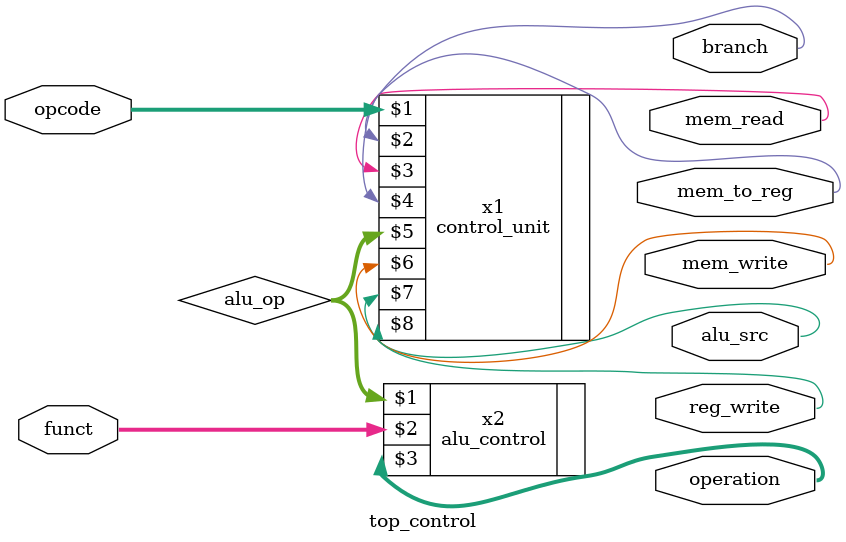
<source format=v>
`timescale 1ns / 1ps

module top_control(
    input [6:0] opcode,
    input [3:0] funct,
    output branch,
    output mem_read,
    output mem_to_reg,
    output mem_write,
    output  alu_src,
    output reg_write,
    output [3:0] operation
    );
    wire [1:0] alu_op;
    
    control_unit x1 (opcode, branch, mem_read, mem_to_reg, alu_op, mem_write, alu_src, reg_write);
    alu_control x2 (alu_op, funct, operation);
    
    
endmodule

</source>
